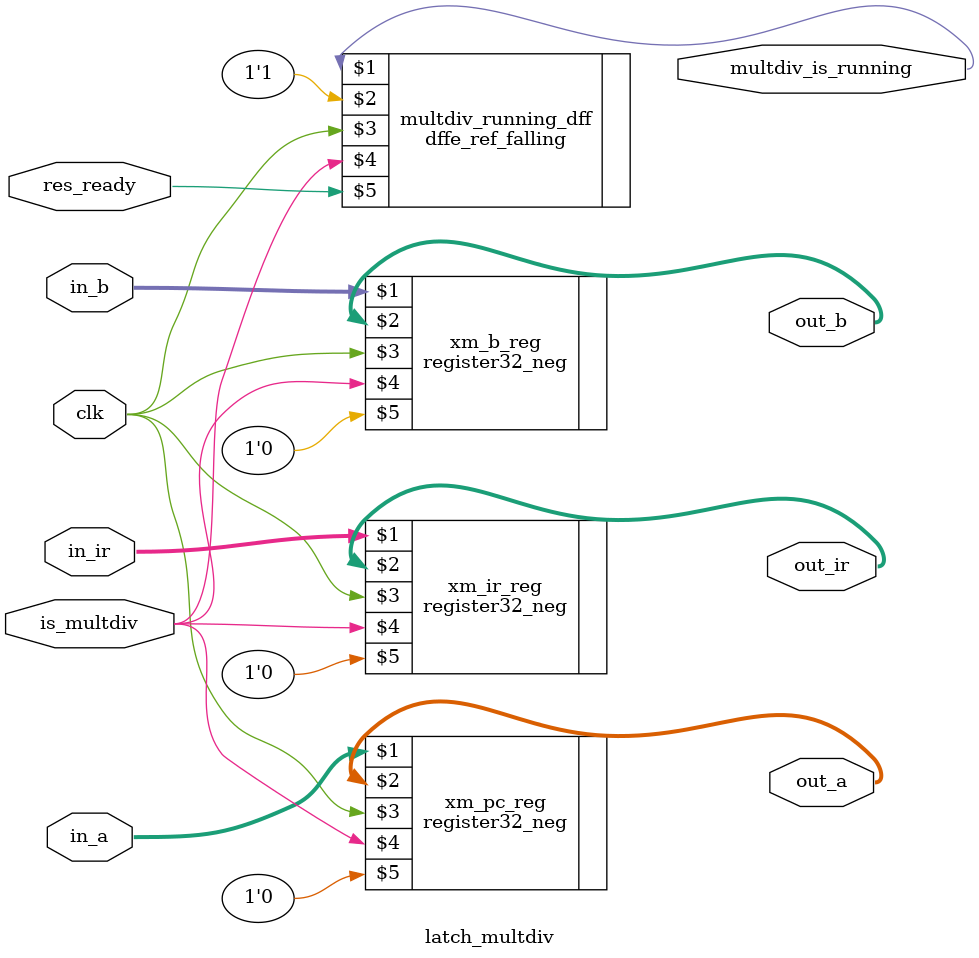
<source format=v>
module latch_multdiv(multdiv_is_running, res_ready, is_multdiv, in_ir, in_a, in_b, out_ir, out_a, out_b, clk);

    input [31:0] in_ir, in_a, in_b;
    input clk, res_ready, is_multdiv;
    output [31:0] out_a, out_ir, out_b;
    output multdiv_is_running;

    // dff for tracking when multdiv result is ready
    dffe_ref_falling multdiv_running_dff(multdiv_is_running, 1'b1, clk, is_multdiv, res_ready);

    register32_neg xm_pc_reg(in_a, out_a, clk, is_multdiv, 1'b0);
    register32_neg xm_ir_reg(in_ir, out_ir, clk, is_multdiv, 1'b0);
    register32_neg xm_b_reg(in_b, out_b, clk, is_multdiv, 1'b0);
    
endmodule
</source>
